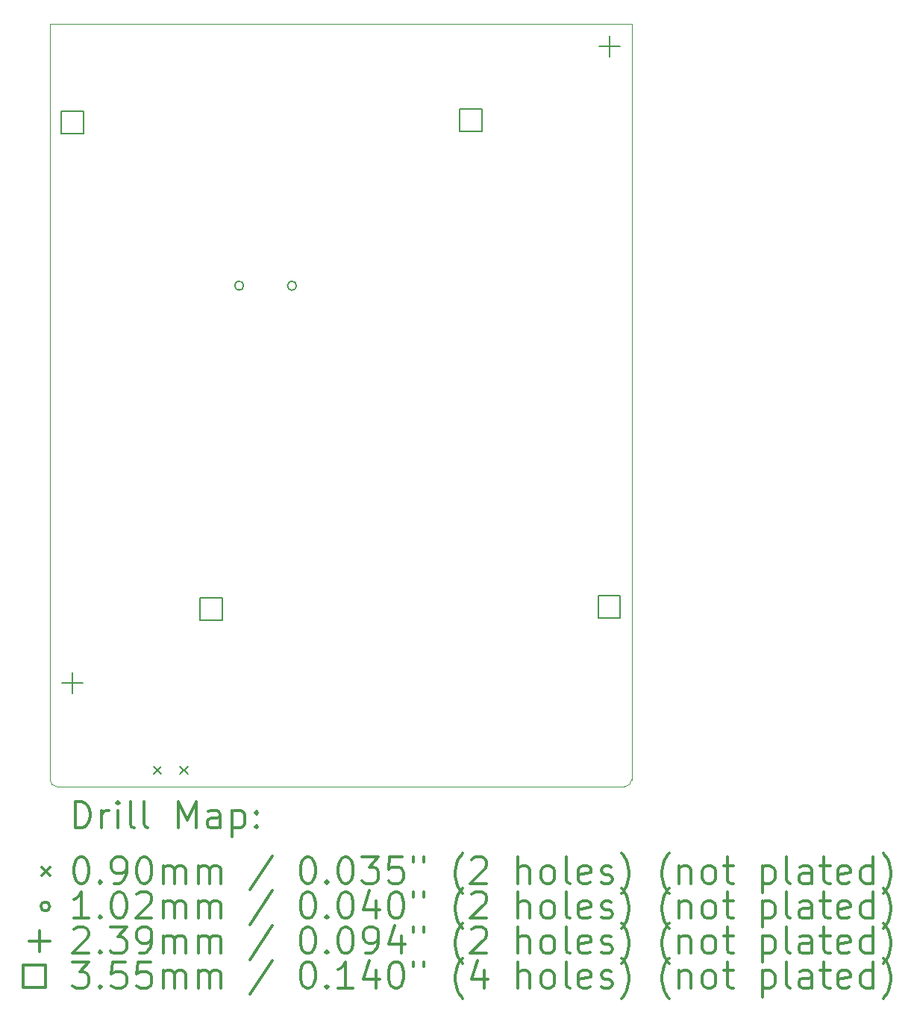
<source format=gbr>
%FSLAX45Y45*%
G04 Gerber Fmt 4.5, Leading zero omitted, Abs format (unit mm)*
G04 Created by KiCad (PCBNEW (5.1.6)-1) date 2022-08-11 18:16:31*
%MOMM*%
%LPD*%
G01*
G04 APERTURE LIST*
%TA.AperFunction,Profile*%
%ADD10C,0.050000*%
%TD*%
%ADD11C,0.200000*%
%ADD12C,0.300000*%
G04 APERTURE END LIST*
D10*
X11480000Y-14450000D02*
X17920000Y-14450000D01*
X11400000Y-5800000D02*
X18000000Y-5800000D01*
X11480000Y-14450000D02*
G75*
G02*
X11400000Y-14370000I0J80000D01*
G01*
X18000000Y-14370000D02*
G75*
G02*
X17920000Y-14450000I-80000J0D01*
G01*
X18000000Y-14370000D02*
X18000000Y-5800000D01*
X11400000Y-5800000D02*
X11400000Y-14370000D01*
D11*
X12572500Y-14220000D02*
X12662500Y-14310000D01*
X12662500Y-14220000D02*
X12572500Y-14310000D01*
X12872500Y-14220000D02*
X12962500Y-14310000D01*
X12962500Y-14220000D02*
X12872500Y-14310000D01*
X13597000Y-8767000D02*
G75*
G03*
X13597000Y-8767000I-51000J0D01*
G01*
X14197000Y-8767000D02*
G75*
G03*
X14197000Y-8767000I-51000J0D01*
G01*
X11653000Y-13151500D02*
X11653000Y-13390500D01*
X11533500Y-13271000D02*
X11772500Y-13271000D01*
X17747000Y-5929500D02*
X17747000Y-6168500D01*
X17627500Y-6049000D02*
X17866500Y-6049000D01*
X11778513Y-7038513D02*
X11778513Y-6787487D01*
X11527487Y-6787487D01*
X11527487Y-7038513D01*
X11778513Y-7038513D01*
X13352513Y-12558513D02*
X13352513Y-12307487D01*
X13101487Y-12307487D01*
X13101487Y-12558513D01*
X13352513Y-12558513D01*
X16298513Y-7012513D02*
X16298513Y-6761487D01*
X16047487Y-6761487D01*
X16047487Y-7012513D01*
X16298513Y-7012513D01*
X17872513Y-12532513D02*
X17872513Y-12281487D01*
X17621487Y-12281487D01*
X17621487Y-12532513D01*
X17872513Y-12532513D01*
D12*
X11683928Y-14918214D02*
X11683928Y-14618214D01*
X11755357Y-14618214D01*
X11798214Y-14632500D01*
X11826786Y-14661071D01*
X11841071Y-14689643D01*
X11855357Y-14746786D01*
X11855357Y-14789643D01*
X11841071Y-14846786D01*
X11826786Y-14875357D01*
X11798214Y-14903929D01*
X11755357Y-14918214D01*
X11683928Y-14918214D01*
X11983928Y-14918214D02*
X11983928Y-14718214D01*
X11983928Y-14775357D02*
X11998214Y-14746786D01*
X12012500Y-14732500D01*
X12041071Y-14718214D01*
X12069643Y-14718214D01*
X12169643Y-14918214D02*
X12169643Y-14718214D01*
X12169643Y-14618214D02*
X12155357Y-14632500D01*
X12169643Y-14646786D01*
X12183928Y-14632500D01*
X12169643Y-14618214D01*
X12169643Y-14646786D01*
X12355357Y-14918214D02*
X12326786Y-14903929D01*
X12312500Y-14875357D01*
X12312500Y-14618214D01*
X12512500Y-14918214D02*
X12483928Y-14903929D01*
X12469643Y-14875357D01*
X12469643Y-14618214D01*
X12855357Y-14918214D02*
X12855357Y-14618214D01*
X12955357Y-14832500D01*
X13055357Y-14618214D01*
X13055357Y-14918214D01*
X13326786Y-14918214D02*
X13326786Y-14761071D01*
X13312500Y-14732500D01*
X13283928Y-14718214D01*
X13226786Y-14718214D01*
X13198214Y-14732500D01*
X13326786Y-14903929D02*
X13298214Y-14918214D01*
X13226786Y-14918214D01*
X13198214Y-14903929D01*
X13183928Y-14875357D01*
X13183928Y-14846786D01*
X13198214Y-14818214D01*
X13226786Y-14803929D01*
X13298214Y-14803929D01*
X13326786Y-14789643D01*
X13469643Y-14718214D02*
X13469643Y-15018214D01*
X13469643Y-14732500D02*
X13498214Y-14718214D01*
X13555357Y-14718214D01*
X13583928Y-14732500D01*
X13598214Y-14746786D01*
X13612500Y-14775357D01*
X13612500Y-14861071D01*
X13598214Y-14889643D01*
X13583928Y-14903929D01*
X13555357Y-14918214D01*
X13498214Y-14918214D01*
X13469643Y-14903929D01*
X13741071Y-14889643D02*
X13755357Y-14903929D01*
X13741071Y-14918214D01*
X13726786Y-14903929D01*
X13741071Y-14889643D01*
X13741071Y-14918214D01*
X13741071Y-14732500D02*
X13755357Y-14746786D01*
X13741071Y-14761071D01*
X13726786Y-14746786D01*
X13741071Y-14732500D01*
X13741071Y-14761071D01*
X11307500Y-15367500D02*
X11397500Y-15457500D01*
X11397500Y-15367500D02*
X11307500Y-15457500D01*
X11741071Y-15248214D02*
X11769643Y-15248214D01*
X11798214Y-15262500D01*
X11812500Y-15276786D01*
X11826786Y-15305357D01*
X11841071Y-15362500D01*
X11841071Y-15433929D01*
X11826786Y-15491071D01*
X11812500Y-15519643D01*
X11798214Y-15533929D01*
X11769643Y-15548214D01*
X11741071Y-15548214D01*
X11712500Y-15533929D01*
X11698214Y-15519643D01*
X11683928Y-15491071D01*
X11669643Y-15433929D01*
X11669643Y-15362500D01*
X11683928Y-15305357D01*
X11698214Y-15276786D01*
X11712500Y-15262500D01*
X11741071Y-15248214D01*
X11969643Y-15519643D02*
X11983928Y-15533929D01*
X11969643Y-15548214D01*
X11955357Y-15533929D01*
X11969643Y-15519643D01*
X11969643Y-15548214D01*
X12126786Y-15548214D02*
X12183928Y-15548214D01*
X12212500Y-15533929D01*
X12226786Y-15519643D01*
X12255357Y-15476786D01*
X12269643Y-15419643D01*
X12269643Y-15305357D01*
X12255357Y-15276786D01*
X12241071Y-15262500D01*
X12212500Y-15248214D01*
X12155357Y-15248214D01*
X12126786Y-15262500D01*
X12112500Y-15276786D01*
X12098214Y-15305357D01*
X12098214Y-15376786D01*
X12112500Y-15405357D01*
X12126786Y-15419643D01*
X12155357Y-15433929D01*
X12212500Y-15433929D01*
X12241071Y-15419643D01*
X12255357Y-15405357D01*
X12269643Y-15376786D01*
X12455357Y-15248214D02*
X12483928Y-15248214D01*
X12512500Y-15262500D01*
X12526786Y-15276786D01*
X12541071Y-15305357D01*
X12555357Y-15362500D01*
X12555357Y-15433929D01*
X12541071Y-15491071D01*
X12526786Y-15519643D01*
X12512500Y-15533929D01*
X12483928Y-15548214D01*
X12455357Y-15548214D01*
X12426786Y-15533929D01*
X12412500Y-15519643D01*
X12398214Y-15491071D01*
X12383928Y-15433929D01*
X12383928Y-15362500D01*
X12398214Y-15305357D01*
X12412500Y-15276786D01*
X12426786Y-15262500D01*
X12455357Y-15248214D01*
X12683928Y-15548214D02*
X12683928Y-15348214D01*
X12683928Y-15376786D02*
X12698214Y-15362500D01*
X12726786Y-15348214D01*
X12769643Y-15348214D01*
X12798214Y-15362500D01*
X12812500Y-15391071D01*
X12812500Y-15548214D01*
X12812500Y-15391071D02*
X12826786Y-15362500D01*
X12855357Y-15348214D01*
X12898214Y-15348214D01*
X12926786Y-15362500D01*
X12941071Y-15391071D01*
X12941071Y-15548214D01*
X13083928Y-15548214D02*
X13083928Y-15348214D01*
X13083928Y-15376786D02*
X13098214Y-15362500D01*
X13126786Y-15348214D01*
X13169643Y-15348214D01*
X13198214Y-15362500D01*
X13212500Y-15391071D01*
X13212500Y-15548214D01*
X13212500Y-15391071D02*
X13226786Y-15362500D01*
X13255357Y-15348214D01*
X13298214Y-15348214D01*
X13326786Y-15362500D01*
X13341071Y-15391071D01*
X13341071Y-15548214D01*
X13926786Y-15233929D02*
X13669643Y-15619643D01*
X14312500Y-15248214D02*
X14341071Y-15248214D01*
X14369643Y-15262500D01*
X14383928Y-15276786D01*
X14398214Y-15305357D01*
X14412500Y-15362500D01*
X14412500Y-15433929D01*
X14398214Y-15491071D01*
X14383928Y-15519643D01*
X14369643Y-15533929D01*
X14341071Y-15548214D01*
X14312500Y-15548214D01*
X14283928Y-15533929D01*
X14269643Y-15519643D01*
X14255357Y-15491071D01*
X14241071Y-15433929D01*
X14241071Y-15362500D01*
X14255357Y-15305357D01*
X14269643Y-15276786D01*
X14283928Y-15262500D01*
X14312500Y-15248214D01*
X14541071Y-15519643D02*
X14555357Y-15533929D01*
X14541071Y-15548214D01*
X14526786Y-15533929D01*
X14541071Y-15519643D01*
X14541071Y-15548214D01*
X14741071Y-15248214D02*
X14769643Y-15248214D01*
X14798214Y-15262500D01*
X14812500Y-15276786D01*
X14826786Y-15305357D01*
X14841071Y-15362500D01*
X14841071Y-15433929D01*
X14826786Y-15491071D01*
X14812500Y-15519643D01*
X14798214Y-15533929D01*
X14769643Y-15548214D01*
X14741071Y-15548214D01*
X14712500Y-15533929D01*
X14698214Y-15519643D01*
X14683928Y-15491071D01*
X14669643Y-15433929D01*
X14669643Y-15362500D01*
X14683928Y-15305357D01*
X14698214Y-15276786D01*
X14712500Y-15262500D01*
X14741071Y-15248214D01*
X14941071Y-15248214D02*
X15126786Y-15248214D01*
X15026786Y-15362500D01*
X15069643Y-15362500D01*
X15098214Y-15376786D01*
X15112500Y-15391071D01*
X15126786Y-15419643D01*
X15126786Y-15491071D01*
X15112500Y-15519643D01*
X15098214Y-15533929D01*
X15069643Y-15548214D01*
X14983928Y-15548214D01*
X14955357Y-15533929D01*
X14941071Y-15519643D01*
X15398214Y-15248214D02*
X15255357Y-15248214D01*
X15241071Y-15391071D01*
X15255357Y-15376786D01*
X15283928Y-15362500D01*
X15355357Y-15362500D01*
X15383928Y-15376786D01*
X15398214Y-15391071D01*
X15412500Y-15419643D01*
X15412500Y-15491071D01*
X15398214Y-15519643D01*
X15383928Y-15533929D01*
X15355357Y-15548214D01*
X15283928Y-15548214D01*
X15255357Y-15533929D01*
X15241071Y-15519643D01*
X15526786Y-15248214D02*
X15526786Y-15305357D01*
X15641071Y-15248214D02*
X15641071Y-15305357D01*
X16083928Y-15662500D02*
X16069643Y-15648214D01*
X16041071Y-15605357D01*
X16026786Y-15576786D01*
X16012500Y-15533929D01*
X15998214Y-15462500D01*
X15998214Y-15405357D01*
X16012500Y-15333929D01*
X16026786Y-15291071D01*
X16041071Y-15262500D01*
X16069643Y-15219643D01*
X16083928Y-15205357D01*
X16183928Y-15276786D02*
X16198214Y-15262500D01*
X16226786Y-15248214D01*
X16298214Y-15248214D01*
X16326786Y-15262500D01*
X16341071Y-15276786D01*
X16355357Y-15305357D01*
X16355357Y-15333929D01*
X16341071Y-15376786D01*
X16169643Y-15548214D01*
X16355357Y-15548214D01*
X16712500Y-15548214D02*
X16712500Y-15248214D01*
X16841071Y-15548214D02*
X16841071Y-15391071D01*
X16826786Y-15362500D01*
X16798214Y-15348214D01*
X16755357Y-15348214D01*
X16726786Y-15362500D01*
X16712500Y-15376786D01*
X17026786Y-15548214D02*
X16998214Y-15533929D01*
X16983928Y-15519643D01*
X16969643Y-15491071D01*
X16969643Y-15405357D01*
X16983928Y-15376786D01*
X16998214Y-15362500D01*
X17026786Y-15348214D01*
X17069643Y-15348214D01*
X17098214Y-15362500D01*
X17112500Y-15376786D01*
X17126786Y-15405357D01*
X17126786Y-15491071D01*
X17112500Y-15519643D01*
X17098214Y-15533929D01*
X17069643Y-15548214D01*
X17026786Y-15548214D01*
X17298214Y-15548214D02*
X17269643Y-15533929D01*
X17255357Y-15505357D01*
X17255357Y-15248214D01*
X17526786Y-15533929D02*
X17498214Y-15548214D01*
X17441071Y-15548214D01*
X17412500Y-15533929D01*
X17398214Y-15505357D01*
X17398214Y-15391071D01*
X17412500Y-15362500D01*
X17441071Y-15348214D01*
X17498214Y-15348214D01*
X17526786Y-15362500D01*
X17541071Y-15391071D01*
X17541071Y-15419643D01*
X17398214Y-15448214D01*
X17655357Y-15533929D02*
X17683928Y-15548214D01*
X17741071Y-15548214D01*
X17769643Y-15533929D01*
X17783928Y-15505357D01*
X17783928Y-15491071D01*
X17769643Y-15462500D01*
X17741071Y-15448214D01*
X17698214Y-15448214D01*
X17669643Y-15433929D01*
X17655357Y-15405357D01*
X17655357Y-15391071D01*
X17669643Y-15362500D01*
X17698214Y-15348214D01*
X17741071Y-15348214D01*
X17769643Y-15362500D01*
X17883928Y-15662500D02*
X17898214Y-15648214D01*
X17926786Y-15605357D01*
X17941071Y-15576786D01*
X17955357Y-15533929D01*
X17969643Y-15462500D01*
X17969643Y-15405357D01*
X17955357Y-15333929D01*
X17941071Y-15291071D01*
X17926786Y-15262500D01*
X17898214Y-15219643D01*
X17883928Y-15205357D01*
X18426786Y-15662500D02*
X18412500Y-15648214D01*
X18383928Y-15605357D01*
X18369643Y-15576786D01*
X18355357Y-15533929D01*
X18341071Y-15462500D01*
X18341071Y-15405357D01*
X18355357Y-15333929D01*
X18369643Y-15291071D01*
X18383928Y-15262500D01*
X18412500Y-15219643D01*
X18426786Y-15205357D01*
X18541071Y-15348214D02*
X18541071Y-15548214D01*
X18541071Y-15376786D02*
X18555357Y-15362500D01*
X18583928Y-15348214D01*
X18626786Y-15348214D01*
X18655357Y-15362500D01*
X18669643Y-15391071D01*
X18669643Y-15548214D01*
X18855357Y-15548214D02*
X18826786Y-15533929D01*
X18812500Y-15519643D01*
X18798214Y-15491071D01*
X18798214Y-15405357D01*
X18812500Y-15376786D01*
X18826786Y-15362500D01*
X18855357Y-15348214D01*
X18898214Y-15348214D01*
X18926786Y-15362500D01*
X18941071Y-15376786D01*
X18955357Y-15405357D01*
X18955357Y-15491071D01*
X18941071Y-15519643D01*
X18926786Y-15533929D01*
X18898214Y-15548214D01*
X18855357Y-15548214D01*
X19041071Y-15348214D02*
X19155357Y-15348214D01*
X19083928Y-15248214D02*
X19083928Y-15505357D01*
X19098214Y-15533929D01*
X19126786Y-15548214D01*
X19155357Y-15548214D01*
X19483928Y-15348214D02*
X19483928Y-15648214D01*
X19483928Y-15362500D02*
X19512500Y-15348214D01*
X19569643Y-15348214D01*
X19598214Y-15362500D01*
X19612500Y-15376786D01*
X19626786Y-15405357D01*
X19626786Y-15491071D01*
X19612500Y-15519643D01*
X19598214Y-15533929D01*
X19569643Y-15548214D01*
X19512500Y-15548214D01*
X19483928Y-15533929D01*
X19798214Y-15548214D02*
X19769643Y-15533929D01*
X19755357Y-15505357D01*
X19755357Y-15248214D01*
X20041071Y-15548214D02*
X20041071Y-15391071D01*
X20026786Y-15362500D01*
X19998214Y-15348214D01*
X19941071Y-15348214D01*
X19912500Y-15362500D01*
X20041071Y-15533929D02*
X20012500Y-15548214D01*
X19941071Y-15548214D01*
X19912500Y-15533929D01*
X19898214Y-15505357D01*
X19898214Y-15476786D01*
X19912500Y-15448214D01*
X19941071Y-15433929D01*
X20012500Y-15433929D01*
X20041071Y-15419643D01*
X20141071Y-15348214D02*
X20255357Y-15348214D01*
X20183928Y-15248214D02*
X20183928Y-15505357D01*
X20198214Y-15533929D01*
X20226786Y-15548214D01*
X20255357Y-15548214D01*
X20469643Y-15533929D02*
X20441071Y-15548214D01*
X20383928Y-15548214D01*
X20355357Y-15533929D01*
X20341071Y-15505357D01*
X20341071Y-15391071D01*
X20355357Y-15362500D01*
X20383928Y-15348214D01*
X20441071Y-15348214D01*
X20469643Y-15362500D01*
X20483928Y-15391071D01*
X20483928Y-15419643D01*
X20341071Y-15448214D01*
X20741071Y-15548214D02*
X20741071Y-15248214D01*
X20741071Y-15533929D02*
X20712500Y-15548214D01*
X20655357Y-15548214D01*
X20626786Y-15533929D01*
X20612500Y-15519643D01*
X20598214Y-15491071D01*
X20598214Y-15405357D01*
X20612500Y-15376786D01*
X20626786Y-15362500D01*
X20655357Y-15348214D01*
X20712500Y-15348214D01*
X20741071Y-15362500D01*
X20855357Y-15662500D02*
X20869643Y-15648214D01*
X20898214Y-15605357D01*
X20912500Y-15576786D01*
X20926786Y-15533929D01*
X20941071Y-15462500D01*
X20941071Y-15405357D01*
X20926786Y-15333929D01*
X20912500Y-15291071D01*
X20898214Y-15262500D01*
X20869643Y-15219643D01*
X20855357Y-15205357D01*
X11397500Y-15808500D02*
G75*
G03*
X11397500Y-15808500I-51000J0D01*
G01*
X11841071Y-15944214D02*
X11669643Y-15944214D01*
X11755357Y-15944214D02*
X11755357Y-15644214D01*
X11726786Y-15687071D01*
X11698214Y-15715643D01*
X11669643Y-15729929D01*
X11969643Y-15915643D02*
X11983928Y-15929929D01*
X11969643Y-15944214D01*
X11955357Y-15929929D01*
X11969643Y-15915643D01*
X11969643Y-15944214D01*
X12169643Y-15644214D02*
X12198214Y-15644214D01*
X12226786Y-15658500D01*
X12241071Y-15672786D01*
X12255357Y-15701357D01*
X12269643Y-15758500D01*
X12269643Y-15829929D01*
X12255357Y-15887071D01*
X12241071Y-15915643D01*
X12226786Y-15929929D01*
X12198214Y-15944214D01*
X12169643Y-15944214D01*
X12141071Y-15929929D01*
X12126786Y-15915643D01*
X12112500Y-15887071D01*
X12098214Y-15829929D01*
X12098214Y-15758500D01*
X12112500Y-15701357D01*
X12126786Y-15672786D01*
X12141071Y-15658500D01*
X12169643Y-15644214D01*
X12383928Y-15672786D02*
X12398214Y-15658500D01*
X12426786Y-15644214D01*
X12498214Y-15644214D01*
X12526786Y-15658500D01*
X12541071Y-15672786D01*
X12555357Y-15701357D01*
X12555357Y-15729929D01*
X12541071Y-15772786D01*
X12369643Y-15944214D01*
X12555357Y-15944214D01*
X12683928Y-15944214D02*
X12683928Y-15744214D01*
X12683928Y-15772786D02*
X12698214Y-15758500D01*
X12726786Y-15744214D01*
X12769643Y-15744214D01*
X12798214Y-15758500D01*
X12812500Y-15787071D01*
X12812500Y-15944214D01*
X12812500Y-15787071D02*
X12826786Y-15758500D01*
X12855357Y-15744214D01*
X12898214Y-15744214D01*
X12926786Y-15758500D01*
X12941071Y-15787071D01*
X12941071Y-15944214D01*
X13083928Y-15944214D02*
X13083928Y-15744214D01*
X13083928Y-15772786D02*
X13098214Y-15758500D01*
X13126786Y-15744214D01*
X13169643Y-15744214D01*
X13198214Y-15758500D01*
X13212500Y-15787071D01*
X13212500Y-15944214D01*
X13212500Y-15787071D02*
X13226786Y-15758500D01*
X13255357Y-15744214D01*
X13298214Y-15744214D01*
X13326786Y-15758500D01*
X13341071Y-15787071D01*
X13341071Y-15944214D01*
X13926786Y-15629929D02*
X13669643Y-16015643D01*
X14312500Y-15644214D02*
X14341071Y-15644214D01*
X14369643Y-15658500D01*
X14383928Y-15672786D01*
X14398214Y-15701357D01*
X14412500Y-15758500D01*
X14412500Y-15829929D01*
X14398214Y-15887071D01*
X14383928Y-15915643D01*
X14369643Y-15929929D01*
X14341071Y-15944214D01*
X14312500Y-15944214D01*
X14283928Y-15929929D01*
X14269643Y-15915643D01*
X14255357Y-15887071D01*
X14241071Y-15829929D01*
X14241071Y-15758500D01*
X14255357Y-15701357D01*
X14269643Y-15672786D01*
X14283928Y-15658500D01*
X14312500Y-15644214D01*
X14541071Y-15915643D02*
X14555357Y-15929929D01*
X14541071Y-15944214D01*
X14526786Y-15929929D01*
X14541071Y-15915643D01*
X14541071Y-15944214D01*
X14741071Y-15644214D02*
X14769643Y-15644214D01*
X14798214Y-15658500D01*
X14812500Y-15672786D01*
X14826786Y-15701357D01*
X14841071Y-15758500D01*
X14841071Y-15829929D01*
X14826786Y-15887071D01*
X14812500Y-15915643D01*
X14798214Y-15929929D01*
X14769643Y-15944214D01*
X14741071Y-15944214D01*
X14712500Y-15929929D01*
X14698214Y-15915643D01*
X14683928Y-15887071D01*
X14669643Y-15829929D01*
X14669643Y-15758500D01*
X14683928Y-15701357D01*
X14698214Y-15672786D01*
X14712500Y-15658500D01*
X14741071Y-15644214D01*
X15098214Y-15744214D02*
X15098214Y-15944214D01*
X15026786Y-15629929D02*
X14955357Y-15844214D01*
X15141071Y-15844214D01*
X15312500Y-15644214D02*
X15341071Y-15644214D01*
X15369643Y-15658500D01*
X15383928Y-15672786D01*
X15398214Y-15701357D01*
X15412500Y-15758500D01*
X15412500Y-15829929D01*
X15398214Y-15887071D01*
X15383928Y-15915643D01*
X15369643Y-15929929D01*
X15341071Y-15944214D01*
X15312500Y-15944214D01*
X15283928Y-15929929D01*
X15269643Y-15915643D01*
X15255357Y-15887071D01*
X15241071Y-15829929D01*
X15241071Y-15758500D01*
X15255357Y-15701357D01*
X15269643Y-15672786D01*
X15283928Y-15658500D01*
X15312500Y-15644214D01*
X15526786Y-15644214D02*
X15526786Y-15701357D01*
X15641071Y-15644214D02*
X15641071Y-15701357D01*
X16083928Y-16058500D02*
X16069643Y-16044214D01*
X16041071Y-16001357D01*
X16026786Y-15972786D01*
X16012500Y-15929929D01*
X15998214Y-15858500D01*
X15998214Y-15801357D01*
X16012500Y-15729929D01*
X16026786Y-15687071D01*
X16041071Y-15658500D01*
X16069643Y-15615643D01*
X16083928Y-15601357D01*
X16183928Y-15672786D02*
X16198214Y-15658500D01*
X16226786Y-15644214D01*
X16298214Y-15644214D01*
X16326786Y-15658500D01*
X16341071Y-15672786D01*
X16355357Y-15701357D01*
X16355357Y-15729929D01*
X16341071Y-15772786D01*
X16169643Y-15944214D01*
X16355357Y-15944214D01*
X16712500Y-15944214D02*
X16712500Y-15644214D01*
X16841071Y-15944214D02*
X16841071Y-15787071D01*
X16826786Y-15758500D01*
X16798214Y-15744214D01*
X16755357Y-15744214D01*
X16726786Y-15758500D01*
X16712500Y-15772786D01*
X17026786Y-15944214D02*
X16998214Y-15929929D01*
X16983928Y-15915643D01*
X16969643Y-15887071D01*
X16969643Y-15801357D01*
X16983928Y-15772786D01*
X16998214Y-15758500D01*
X17026786Y-15744214D01*
X17069643Y-15744214D01*
X17098214Y-15758500D01*
X17112500Y-15772786D01*
X17126786Y-15801357D01*
X17126786Y-15887071D01*
X17112500Y-15915643D01*
X17098214Y-15929929D01*
X17069643Y-15944214D01*
X17026786Y-15944214D01*
X17298214Y-15944214D02*
X17269643Y-15929929D01*
X17255357Y-15901357D01*
X17255357Y-15644214D01*
X17526786Y-15929929D02*
X17498214Y-15944214D01*
X17441071Y-15944214D01*
X17412500Y-15929929D01*
X17398214Y-15901357D01*
X17398214Y-15787071D01*
X17412500Y-15758500D01*
X17441071Y-15744214D01*
X17498214Y-15744214D01*
X17526786Y-15758500D01*
X17541071Y-15787071D01*
X17541071Y-15815643D01*
X17398214Y-15844214D01*
X17655357Y-15929929D02*
X17683928Y-15944214D01*
X17741071Y-15944214D01*
X17769643Y-15929929D01*
X17783928Y-15901357D01*
X17783928Y-15887071D01*
X17769643Y-15858500D01*
X17741071Y-15844214D01*
X17698214Y-15844214D01*
X17669643Y-15829929D01*
X17655357Y-15801357D01*
X17655357Y-15787071D01*
X17669643Y-15758500D01*
X17698214Y-15744214D01*
X17741071Y-15744214D01*
X17769643Y-15758500D01*
X17883928Y-16058500D02*
X17898214Y-16044214D01*
X17926786Y-16001357D01*
X17941071Y-15972786D01*
X17955357Y-15929929D01*
X17969643Y-15858500D01*
X17969643Y-15801357D01*
X17955357Y-15729929D01*
X17941071Y-15687071D01*
X17926786Y-15658500D01*
X17898214Y-15615643D01*
X17883928Y-15601357D01*
X18426786Y-16058500D02*
X18412500Y-16044214D01*
X18383928Y-16001357D01*
X18369643Y-15972786D01*
X18355357Y-15929929D01*
X18341071Y-15858500D01*
X18341071Y-15801357D01*
X18355357Y-15729929D01*
X18369643Y-15687071D01*
X18383928Y-15658500D01*
X18412500Y-15615643D01*
X18426786Y-15601357D01*
X18541071Y-15744214D02*
X18541071Y-15944214D01*
X18541071Y-15772786D02*
X18555357Y-15758500D01*
X18583928Y-15744214D01*
X18626786Y-15744214D01*
X18655357Y-15758500D01*
X18669643Y-15787071D01*
X18669643Y-15944214D01*
X18855357Y-15944214D02*
X18826786Y-15929929D01*
X18812500Y-15915643D01*
X18798214Y-15887071D01*
X18798214Y-15801357D01*
X18812500Y-15772786D01*
X18826786Y-15758500D01*
X18855357Y-15744214D01*
X18898214Y-15744214D01*
X18926786Y-15758500D01*
X18941071Y-15772786D01*
X18955357Y-15801357D01*
X18955357Y-15887071D01*
X18941071Y-15915643D01*
X18926786Y-15929929D01*
X18898214Y-15944214D01*
X18855357Y-15944214D01*
X19041071Y-15744214D02*
X19155357Y-15744214D01*
X19083928Y-15644214D02*
X19083928Y-15901357D01*
X19098214Y-15929929D01*
X19126786Y-15944214D01*
X19155357Y-15944214D01*
X19483928Y-15744214D02*
X19483928Y-16044214D01*
X19483928Y-15758500D02*
X19512500Y-15744214D01*
X19569643Y-15744214D01*
X19598214Y-15758500D01*
X19612500Y-15772786D01*
X19626786Y-15801357D01*
X19626786Y-15887071D01*
X19612500Y-15915643D01*
X19598214Y-15929929D01*
X19569643Y-15944214D01*
X19512500Y-15944214D01*
X19483928Y-15929929D01*
X19798214Y-15944214D02*
X19769643Y-15929929D01*
X19755357Y-15901357D01*
X19755357Y-15644214D01*
X20041071Y-15944214D02*
X20041071Y-15787071D01*
X20026786Y-15758500D01*
X19998214Y-15744214D01*
X19941071Y-15744214D01*
X19912500Y-15758500D01*
X20041071Y-15929929D02*
X20012500Y-15944214D01*
X19941071Y-15944214D01*
X19912500Y-15929929D01*
X19898214Y-15901357D01*
X19898214Y-15872786D01*
X19912500Y-15844214D01*
X19941071Y-15829929D01*
X20012500Y-15829929D01*
X20041071Y-15815643D01*
X20141071Y-15744214D02*
X20255357Y-15744214D01*
X20183928Y-15644214D02*
X20183928Y-15901357D01*
X20198214Y-15929929D01*
X20226786Y-15944214D01*
X20255357Y-15944214D01*
X20469643Y-15929929D02*
X20441071Y-15944214D01*
X20383928Y-15944214D01*
X20355357Y-15929929D01*
X20341071Y-15901357D01*
X20341071Y-15787071D01*
X20355357Y-15758500D01*
X20383928Y-15744214D01*
X20441071Y-15744214D01*
X20469643Y-15758500D01*
X20483928Y-15787071D01*
X20483928Y-15815643D01*
X20341071Y-15844214D01*
X20741071Y-15944214D02*
X20741071Y-15644214D01*
X20741071Y-15929929D02*
X20712500Y-15944214D01*
X20655357Y-15944214D01*
X20626786Y-15929929D01*
X20612500Y-15915643D01*
X20598214Y-15887071D01*
X20598214Y-15801357D01*
X20612500Y-15772786D01*
X20626786Y-15758500D01*
X20655357Y-15744214D01*
X20712500Y-15744214D01*
X20741071Y-15758500D01*
X20855357Y-16058500D02*
X20869643Y-16044214D01*
X20898214Y-16001357D01*
X20912500Y-15972786D01*
X20926786Y-15929929D01*
X20941071Y-15858500D01*
X20941071Y-15801357D01*
X20926786Y-15729929D01*
X20912500Y-15687071D01*
X20898214Y-15658500D01*
X20869643Y-15615643D01*
X20855357Y-15601357D01*
X11278000Y-16085000D02*
X11278000Y-16324000D01*
X11158500Y-16204500D02*
X11397500Y-16204500D01*
X11669643Y-16068786D02*
X11683928Y-16054500D01*
X11712500Y-16040214D01*
X11783928Y-16040214D01*
X11812500Y-16054500D01*
X11826786Y-16068786D01*
X11841071Y-16097357D01*
X11841071Y-16125929D01*
X11826786Y-16168786D01*
X11655357Y-16340214D01*
X11841071Y-16340214D01*
X11969643Y-16311643D02*
X11983928Y-16325929D01*
X11969643Y-16340214D01*
X11955357Y-16325929D01*
X11969643Y-16311643D01*
X11969643Y-16340214D01*
X12083928Y-16040214D02*
X12269643Y-16040214D01*
X12169643Y-16154500D01*
X12212500Y-16154500D01*
X12241071Y-16168786D01*
X12255357Y-16183071D01*
X12269643Y-16211643D01*
X12269643Y-16283071D01*
X12255357Y-16311643D01*
X12241071Y-16325929D01*
X12212500Y-16340214D01*
X12126786Y-16340214D01*
X12098214Y-16325929D01*
X12083928Y-16311643D01*
X12412500Y-16340214D02*
X12469643Y-16340214D01*
X12498214Y-16325929D01*
X12512500Y-16311643D01*
X12541071Y-16268786D01*
X12555357Y-16211643D01*
X12555357Y-16097357D01*
X12541071Y-16068786D01*
X12526786Y-16054500D01*
X12498214Y-16040214D01*
X12441071Y-16040214D01*
X12412500Y-16054500D01*
X12398214Y-16068786D01*
X12383928Y-16097357D01*
X12383928Y-16168786D01*
X12398214Y-16197357D01*
X12412500Y-16211643D01*
X12441071Y-16225929D01*
X12498214Y-16225929D01*
X12526786Y-16211643D01*
X12541071Y-16197357D01*
X12555357Y-16168786D01*
X12683928Y-16340214D02*
X12683928Y-16140214D01*
X12683928Y-16168786D02*
X12698214Y-16154500D01*
X12726786Y-16140214D01*
X12769643Y-16140214D01*
X12798214Y-16154500D01*
X12812500Y-16183071D01*
X12812500Y-16340214D01*
X12812500Y-16183071D02*
X12826786Y-16154500D01*
X12855357Y-16140214D01*
X12898214Y-16140214D01*
X12926786Y-16154500D01*
X12941071Y-16183071D01*
X12941071Y-16340214D01*
X13083928Y-16340214D02*
X13083928Y-16140214D01*
X13083928Y-16168786D02*
X13098214Y-16154500D01*
X13126786Y-16140214D01*
X13169643Y-16140214D01*
X13198214Y-16154500D01*
X13212500Y-16183071D01*
X13212500Y-16340214D01*
X13212500Y-16183071D02*
X13226786Y-16154500D01*
X13255357Y-16140214D01*
X13298214Y-16140214D01*
X13326786Y-16154500D01*
X13341071Y-16183071D01*
X13341071Y-16340214D01*
X13926786Y-16025929D02*
X13669643Y-16411643D01*
X14312500Y-16040214D02*
X14341071Y-16040214D01*
X14369643Y-16054500D01*
X14383928Y-16068786D01*
X14398214Y-16097357D01*
X14412500Y-16154500D01*
X14412500Y-16225929D01*
X14398214Y-16283071D01*
X14383928Y-16311643D01*
X14369643Y-16325929D01*
X14341071Y-16340214D01*
X14312500Y-16340214D01*
X14283928Y-16325929D01*
X14269643Y-16311643D01*
X14255357Y-16283071D01*
X14241071Y-16225929D01*
X14241071Y-16154500D01*
X14255357Y-16097357D01*
X14269643Y-16068786D01*
X14283928Y-16054500D01*
X14312500Y-16040214D01*
X14541071Y-16311643D02*
X14555357Y-16325929D01*
X14541071Y-16340214D01*
X14526786Y-16325929D01*
X14541071Y-16311643D01*
X14541071Y-16340214D01*
X14741071Y-16040214D02*
X14769643Y-16040214D01*
X14798214Y-16054500D01*
X14812500Y-16068786D01*
X14826786Y-16097357D01*
X14841071Y-16154500D01*
X14841071Y-16225929D01*
X14826786Y-16283071D01*
X14812500Y-16311643D01*
X14798214Y-16325929D01*
X14769643Y-16340214D01*
X14741071Y-16340214D01*
X14712500Y-16325929D01*
X14698214Y-16311643D01*
X14683928Y-16283071D01*
X14669643Y-16225929D01*
X14669643Y-16154500D01*
X14683928Y-16097357D01*
X14698214Y-16068786D01*
X14712500Y-16054500D01*
X14741071Y-16040214D01*
X14983928Y-16340214D02*
X15041071Y-16340214D01*
X15069643Y-16325929D01*
X15083928Y-16311643D01*
X15112500Y-16268786D01*
X15126786Y-16211643D01*
X15126786Y-16097357D01*
X15112500Y-16068786D01*
X15098214Y-16054500D01*
X15069643Y-16040214D01*
X15012500Y-16040214D01*
X14983928Y-16054500D01*
X14969643Y-16068786D01*
X14955357Y-16097357D01*
X14955357Y-16168786D01*
X14969643Y-16197357D01*
X14983928Y-16211643D01*
X15012500Y-16225929D01*
X15069643Y-16225929D01*
X15098214Y-16211643D01*
X15112500Y-16197357D01*
X15126786Y-16168786D01*
X15383928Y-16140214D02*
X15383928Y-16340214D01*
X15312500Y-16025929D02*
X15241071Y-16240214D01*
X15426786Y-16240214D01*
X15526786Y-16040214D02*
X15526786Y-16097357D01*
X15641071Y-16040214D02*
X15641071Y-16097357D01*
X16083928Y-16454500D02*
X16069643Y-16440214D01*
X16041071Y-16397357D01*
X16026786Y-16368786D01*
X16012500Y-16325929D01*
X15998214Y-16254500D01*
X15998214Y-16197357D01*
X16012500Y-16125929D01*
X16026786Y-16083071D01*
X16041071Y-16054500D01*
X16069643Y-16011643D01*
X16083928Y-15997357D01*
X16183928Y-16068786D02*
X16198214Y-16054500D01*
X16226786Y-16040214D01*
X16298214Y-16040214D01*
X16326786Y-16054500D01*
X16341071Y-16068786D01*
X16355357Y-16097357D01*
X16355357Y-16125929D01*
X16341071Y-16168786D01*
X16169643Y-16340214D01*
X16355357Y-16340214D01*
X16712500Y-16340214D02*
X16712500Y-16040214D01*
X16841071Y-16340214D02*
X16841071Y-16183071D01*
X16826786Y-16154500D01*
X16798214Y-16140214D01*
X16755357Y-16140214D01*
X16726786Y-16154500D01*
X16712500Y-16168786D01*
X17026786Y-16340214D02*
X16998214Y-16325929D01*
X16983928Y-16311643D01*
X16969643Y-16283071D01*
X16969643Y-16197357D01*
X16983928Y-16168786D01*
X16998214Y-16154500D01*
X17026786Y-16140214D01*
X17069643Y-16140214D01*
X17098214Y-16154500D01*
X17112500Y-16168786D01*
X17126786Y-16197357D01*
X17126786Y-16283071D01*
X17112500Y-16311643D01*
X17098214Y-16325929D01*
X17069643Y-16340214D01*
X17026786Y-16340214D01*
X17298214Y-16340214D02*
X17269643Y-16325929D01*
X17255357Y-16297357D01*
X17255357Y-16040214D01*
X17526786Y-16325929D02*
X17498214Y-16340214D01*
X17441071Y-16340214D01*
X17412500Y-16325929D01*
X17398214Y-16297357D01*
X17398214Y-16183071D01*
X17412500Y-16154500D01*
X17441071Y-16140214D01*
X17498214Y-16140214D01*
X17526786Y-16154500D01*
X17541071Y-16183071D01*
X17541071Y-16211643D01*
X17398214Y-16240214D01*
X17655357Y-16325929D02*
X17683928Y-16340214D01*
X17741071Y-16340214D01*
X17769643Y-16325929D01*
X17783928Y-16297357D01*
X17783928Y-16283071D01*
X17769643Y-16254500D01*
X17741071Y-16240214D01*
X17698214Y-16240214D01*
X17669643Y-16225929D01*
X17655357Y-16197357D01*
X17655357Y-16183071D01*
X17669643Y-16154500D01*
X17698214Y-16140214D01*
X17741071Y-16140214D01*
X17769643Y-16154500D01*
X17883928Y-16454500D02*
X17898214Y-16440214D01*
X17926786Y-16397357D01*
X17941071Y-16368786D01*
X17955357Y-16325929D01*
X17969643Y-16254500D01*
X17969643Y-16197357D01*
X17955357Y-16125929D01*
X17941071Y-16083071D01*
X17926786Y-16054500D01*
X17898214Y-16011643D01*
X17883928Y-15997357D01*
X18426786Y-16454500D02*
X18412500Y-16440214D01*
X18383928Y-16397357D01*
X18369643Y-16368786D01*
X18355357Y-16325929D01*
X18341071Y-16254500D01*
X18341071Y-16197357D01*
X18355357Y-16125929D01*
X18369643Y-16083071D01*
X18383928Y-16054500D01*
X18412500Y-16011643D01*
X18426786Y-15997357D01*
X18541071Y-16140214D02*
X18541071Y-16340214D01*
X18541071Y-16168786D02*
X18555357Y-16154500D01*
X18583928Y-16140214D01*
X18626786Y-16140214D01*
X18655357Y-16154500D01*
X18669643Y-16183071D01*
X18669643Y-16340214D01*
X18855357Y-16340214D02*
X18826786Y-16325929D01*
X18812500Y-16311643D01*
X18798214Y-16283071D01*
X18798214Y-16197357D01*
X18812500Y-16168786D01*
X18826786Y-16154500D01*
X18855357Y-16140214D01*
X18898214Y-16140214D01*
X18926786Y-16154500D01*
X18941071Y-16168786D01*
X18955357Y-16197357D01*
X18955357Y-16283071D01*
X18941071Y-16311643D01*
X18926786Y-16325929D01*
X18898214Y-16340214D01*
X18855357Y-16340214D01*
X19041071Y-16140214D02*
X19155357Y-16140214D01*
X19083928Y-16040214D02*
X19083928Y-16297357D01*
X19098214Y-16325929D01*
X19126786Y-16340214D01*
X19155357Y-16340214D01*
X19483928Y-16140214D02*
X19483928Y-16440214D01*
X19483928Y-16154500D02*
X19512500Y-16140214D01*
X19569643Y-16140214D01*
X19598214Y-16154500D01*
X19612500Y-16168786D01*
X19626786Y-16197357D01*
X19626786Y-16283071D01*
X19612500Y-16311643D01*
X19598214Y-16325929D01*
X19569643Y-16340214D01*
X19512500Y-16340214D01*
X19483928Y-16325929D01*
X19798214Y-16340214D02*
X19769643Y-16325929D01*
X19755357Y-16297357D01*
X19755357Y-16040214D01*
X20041071Y-16340214D02*
X20041071Y-16183071D01*
X20026786Y-16154500D01*
X19998214Y-16140214D01*
X19941071Y-16140214D01*
X19912500Y-16154500D01*
X20041071Y-16325929D02*
X20012500Y-16340214D01*
X19941071Y-16340214D01*
X19912500Y-16325929D01*
X19898214Y-16297357D01*
X19898214Y-16268786D01*
X19912500Y-16240214D01*
X19941071Y-16225929D01*
X20012500Y-16225929D01*
X20041071Y-16211643D01*
X20141071Y-16140214D02*
X20255357Y-16140214D01*
X20183928Y-16040214D02*
X20183928Y-16297357D01*
X20198214Y-16325929D01*
X20226786Y-16340214D01*
X20255357Y-16340214D01*
X20469643Y-16325929D02*
X20441071Y-16340214D01*
X20383928Y-16340214D01*
X20355357Y-16325929D01*
X20341071Y-16297357D01*
X20341071Y-16183071D01*
X20355357Y-16154500D01*
X20383928Y-16140214D01*
X20441071Y-16140214D01*
X20469643Y-16154500D01*
X20483928Y-16183071D01*
X20483928Y-16211643D01*
X20341071Y-16240214D01*
X20741071Y-16340214D02*
X20741071Y-16040214D01*
X20741071Y-16325929D02*
X20712500Y-16340214D01*
X20655357Y-16340214D01*
X20626786Y-16325929D01*
X20612500Y-16311643D01*
X20598214Y-16283071D01*
X20598214Y-16197357D01*
X20612500Y-16168786D01*
X20626786Y-16154500D01*
X20655357Y-16140214D01*
X20712500Y-16140214D01*
X20741071Y-16154500D01*
X20855357Y-16454500D02*
X20869643Y-16440214D01*
X20898214Y-16397357D01*
X20912500Y-16368786D01*
X20926786Y-16325929D01*
X20941071Y-16254500D01*
X20941071Y-16197357D01*
X20926786Y-16125929D01*
X20912500Y-16083071D01*
X20898214Y-16054500D01*
X20869643Y-16011643D01*
X20855357Y-15997357D01*
X11345513Y-16726013D02*
X11345513Y-16474987D01*
X11094487Y-16474987D01*
X11094487Y-16726013D01*
X11345513Y-16726013D01*
X11655357Y-16436214D02*
X11841071Y-16436214D01*
X11741071Y-16550500D01*
X11783928Y-16550500D01*
X11812500Y-16564786D01*
X11826786Y-16579071D01*
X11841071Y-16607643D01*
X11841071Y-16679071D01*
X11826786Y-16707643D01*
X11812500Y-16721929D01*
X11783928Y-16736214D01*
X11698214Y-16736214D01*
X11669643Y-16721929D01*
X11655357Y-16707643D01*
X11969643Y-16707643D02*
X11983928Y-16721929D01*
X11969643Y-16736214D01*
X11955357Y-16721929D01*
X11969643Y-16707643D01*
X11969643Y-16736214D01*
X12255357Y-16436214D02*
X12112500Y-16436214D01*
X12098214Y-16579071D01*
X12112500Y-16564786D01*
X12141071Y-16550500D01*
X12212500Y-16550500D01*
X12241071Y-16564786D01*
X12255357Y-16579071D01*
X12269643Y-16607643D01*
X12269643Y-16679071D01*
X12255357Y-16707643D01*
X12241071Y-16721929D01*
X12212500Y-16736214D01*
X12141071Y-16736214D01*
X12112500Y-16721929D01*
X12098214Y-16707643D01*
X12541071Y-16436214D02*
X12398214Y-16436214D01*
X12383928Y-16579071D01*
X12398214Y-16564786D01*
X12426786Y-16550500D01*
X12498214Y-16550500D01*
X12526786Y-16564786D01*
X12541071Y-16579071D01*
X12555357Y-16607643D01*
X12555357Y-16679071D01*
X12541071Y-16707643D01*
X12526786Y-16721929D01*
X12498214Y-16736214D01*
X12426786Y-16736214D01*
X12398214Y-16721929D01*
X12383928Y-16707643D01*
X12683928Y-16736214D02*
X12683928Y-16536214D01*
X12683928Y-16564786D02*
X12698214Y-16550500D01*
X12726786Y-16536214D01*
X12769643Y-16536214D01*
X12798214Y-16550500D01*
X12812500Y-16579071D01*
X12812500Y-16736214D01*
X12812500Y-16579071D02*
X12826786Y-16550500D01*
X12855357Y-16536214D01*
X12898214Y-16536214D01*
X12926786Y-16550500D01*
X12941071Y-16579071D01*
X12941071Y-16736214D01*
X13083928Y-16736214D02*
X13083928Y-16536214D01*
X13083928Y-16564786D02*
X13098214Y-16550500D01*
X13126786Y-16536214D01*
X13169643Y-16536214D01*
X13198214Y-16550500D01*
X13212500Y-16579071D01*
X13212500Y-16736214D01*
X13212500Y-16579071D02*
X13226786Y-16550500D01*
X13255357Y-16536214D01*
X13298214Y-16536214D01*
X13326786Y-16550500D01*
X13341071Y-16579071D01*
X13341071Y-16736214D01*
X13926786Y-16421929D02*
X13669643Y-16807643D01*
X14312500Y-16436214D02*
X14341071Y-16436214D01*
X14369643Y-16450500D01*
X14383928Y-16464786D01*
X14398214Y-16493357D01*
X14412500Y-16550500D01*
X14412500Y-16621929D01*
X14398214Y-16679071D01*
X14383928Y-16707643D01*
X14369643Y-16721929D01*
X14341071Y-16736214D01*
X14312500Y-16736214D01*
X14283928Y-16721929D01*
X14269643Y-16707643D01*
X14255357Y-16679071D01*
X14241071Y-16621929D01*
X14241071Y-16550500D01*
X14255357Y-16493357D01*
X14269643Y-16464786D01*
X14283928Y-16450500D01*
X14312500Y-16436214D01*
X14541071Y-16707643D02*
X14555357Y-16721929D01*
X14541071Y-16736214D01*
X14526786Y-16721929D01*
X14541071Y-16707643D01*
X14541071Y-16736214D01*
X14841071Y-16736214D02*
X14669643Y-16736214D01*
X14755357Y-16736214D02*
X14755357Y-16436214D01*
X14726786Y-16479071D01*
X14698214Y-16507643D01*
X14669643Y-16521929D01*
X15098214Y-16536214D02*
X15098214Y-16736214D01*
X15026786Y-16421929D02*
X14955357Y-16636214D01*
X15141071Y-16636214D01*
X15312500Y-16436214D02*
X15341071Y-16436214D01*
X15369643Y-16450500D01*
X15383928Y-16464786D01*
X15398214Y-16493357D01*
X15412500Y-16550500D01*
X15412500Y-16621929D01*
X15398214Y-16679071D01*
X15383928Y-16707643D01*
X15369643Y-16721929D01*
X15341071Y-16736214D01*
X15312500Y-16736214D01*
X15283928Y-16721929D01*
X15269643Y-16707643D01*
X15255357Y-16679071D01*
X15241071Y-16621929D01*
X15241071Y-16550500D01*
X15255357Y-16493357D01*
X15269643Y-16464786D01*
X15283928Y-16450500D01*
X15312500Y-16436214D01*
X15526786Y-16436214D02*
X15526786Y-16493357D01*
X15641071Y-16436214D02*
X15641071Y-16493357D01*
X16083928Y-16850500D02*
X16069643Y-16836214D01*
X16041071Y-16793357D01*
X16026786Y-16764786D01*
X16012500Y-16721929D01*
X15998214Y-16650500D01*
X15998214Y-16593357D01*
X16012500Y-16521929D01*
X16026786Y-16479071D01*
X16041071Y-16450500D01*
X16069643Y-16407643D01*
X16083928Y-16393357D01*
X16326786Y-16536214D02*
X16326786Y-16736214D01*
X16255357Y-16421929D02*
X16183928Y-16636214D01*
X16369643Y-16636214D01*
X16712500Y-16736214D02*
X16712500Y-16436214D01*
X16841071Y-16736214D02*
X16841071Y-16579071D01*
X16826786Y-16550500D01*
X16798214Y-16536214D01*
X16755357Y-16536214D01*
X16726786Y-16550500D01*
X16712500Y-16564786D01*
X17026786Y-16736214D02*
X16998214Y-16721929D01*
X16983928Y-16707643D01*
X16969643Y-16679071D01*
X16969643Y-16593357D01*
X16983928Y-16564786D01*
X16998214Y-16550500D01*
X17026786Y-16536214D01*
X17069643Y-16536214D01*
X17098214Y-16550500D01*
X17112500Y-16564786D01*
X17126786Y-16593357D01*
X17126786Y-16679071D01*
X17112500Y-16707643D01*
X17098214Y-16721929D01*
X17069643Y-16736214D01*
X17026786Y-16736214D01*
X17298214Y-16736214D02*
X17269643Y-16721929D01*
X17255357Y-16693357D01*
X17255357Y-16436214D01*
X17526786Y-16721929D02*
X17498214Y-16736214D01*
X17441071Y-16736214D01*
X17412500Y-16721929D01*
X17398214Y-16693357D01*
X17398214Y-16579071D01*
X17412500Y-16550500D01*
X17441071Y-16536214D01*
X17498214Y-16536214D01*
X17526786Y-16550500D01*
X17541071Y-16579071D01*
X17541071Y-16607643D01*
X17398214Y-16636214D01*
X17655357Y-16721929D02*
X17683928Y-16736214D01*
X17741071Y-16736214D01*
X17769643Y-16721929D01*
X17783928Y-16693357D01*
X17783928Y-16679071D01*
X17769643Y-16650500D01*
X17741071Y-16636214D01*
X17698214Y-16636214D01*
X17669643Y-16621929D01*
X17655357Y-16593357D01*
X17655357Y-16579071D01*
X17669643Y-16550500D01*
X17698214Y-16536214D01*
X17741071Y-16536214D01*
X17769643Y-16550500D01*
X17883928Y-16850500D02*
X17898214Y-16836214D01*
X17926786Y-16793357D01*
X17941071Y-16764786D01*
X17955357Y-16721929D01*
X17969643Y-16650500D01*
X17969643Y-16593357D01*
X17955357Y-16521929D01*
X17941071Y-16479071D01*
X17926786Y-16450500D01*
X17898214Y-16407643D01*
X17883928Y-16393357D01*
X18426786Y-16850500D02*
X18412500Y-16836214D01*
X18383928Y-16793357D01*
X18369643Y-16764786D01*
X18355357Y-16721929D01*
X18341071Y-16650500D01*
X18341071Y-16593357D01*
X18355357Y-16521929D01*
X18369643Y-16479071D01*
X18383928Y-16450500D01*
X18412500Y-16407643D01*
X18426786Y-16393357D01*
X18541071Y-16536214D02*
X18541071Y-16736214D01*
X18541071Y-16564786D02*
X18555357Y-16550500D01*
X18583928Y-16536214D01*
X18626786Y-16536214D01*
X18655357Y-16550500D01*
X18669643Y-16579071D01*
X18669643Y-16736214D01*
X18855357Y-16736214D02*
X18826786Y-16721929D01*
X18812500Y-16707643D01*
X18798214Y-16679071D01*
X18798214Y-16593357D01*
X18812500Y-16564786D01*
X18826786Y-16550500D01*
X18855357Y-16536214D01*
X18898214Y-16536214D01*
X18926786Y-16550500D01*
X18941071Y-16564786D01*
X18955357Y-16593357D01*
X18955357Y-16679071D01*
X18941071Y-16707643D01*
X18926786Y-16721929D01*
X18898214Y-16736214D01*
X18855357Y-16736214D01*
X19041071Y-16536214D02*
X19155357Y-16536214D01*
X19083928Y-16436214D02*
X19083928Y-16693357D01*
X19098214Y-16721929D01*
X19126786Y-16736214D01*
X19155357Y-16736214D01*
X19483928Y-16536214D02*
X19483928Y-16836214D01*
X19483928Y-16550500D02*
X19512500Y-16536214D01*
X19569643Y-16536214D01*
X19598214Y-16550500D01*
X19612500Y-16564786D01*
X19626786Y-16593357D01*
X19626786Y-16679071D01*
X19612500Y-16707643D01*
X19598214Y-16721929D01*
X19569643Y-16736214D01*
X19512500Y-16736214D01*
X19483928Y-16721929D01*
X19798214Y-16736214D02*
X19769643Y-16721929D01*
X19755357Y-16693357D01*
X19755357Y-16436214D01*
X20041071Y-16736214D02*
X20041071Y-16579071D01*
X20026786Y-16550500D01*
X19998214Y-16536214D01*
X19941071Y-16536214D01*
X19912500Y-16550500D01*
X20041071Y-16721929D02*
X20012500Y-16736214D01*
X19941071Y-16736214D01*
X19912500Y-16721929D01*
X19898214Y-16693357D01*
X19898214Y-16664786D01*
X19912500Y-16636214D01*
X19941071Y-16621929D01*
X20012500Y-16621929D01*
X20041071Y-16607643D01*
X20141071Y-16536214D02*
X20255357Y-16536214D01*
X20183928Y-16436214D02*
X20183928Y-16693357D01*
X20198214Y-16721929D01*
X20226786Y-16736214D01*
X20255357Y-16736214D01*
X20469643Y-16721929D02*
X20441071Y-16736214D01*
X20383928Y-16736214D01*
X20355357Y-16721929D01*
X20341071Y-16693357D01*
X20341071Y-16579071D01*
X20355357Y-16550500D01*
X20383928Y-16536214D01*
X20441071Y-16536214D01*
X20469643Y-16550500D01*
X20483928Y-16579071D01*
X20483928Y-16607643D01*
X20341071Y-16636214D01*
X20741071Y-16736214D02*
X20741071Y-16436214D01*
X20741071Y-16721929D02*
X20712500Y-16736214D01*
X20655357Y-16736214D01*
X20626786Y-16721929D01*
X20612500Y-16707643D01*
X20598214Y-16679071D01*
X20598214Y-16593357D01*
X20612500Y-16564786D01*
X20626786Y-16550500D01*
X20655357Y-16536214D01*
X20712500Y-16536214D01*
X20741071Y-16550500D01*
X20855357Y-16850500D02*
X20869643Y-16836214D01*
X20898214Y-16793357D01*
X20912500Y-16764786D01*
X20926786Y-16721929D01*
X20941071Y-16650500D01*
X20941071Y-16593357D01*
X20926786Y-16521929D01*
X20912500Y-16479071D01*
X20898214Y-16450500D01*
X20869643Y-16407643D01*
X20855357Y-16393357D01*
M02*

</source>
